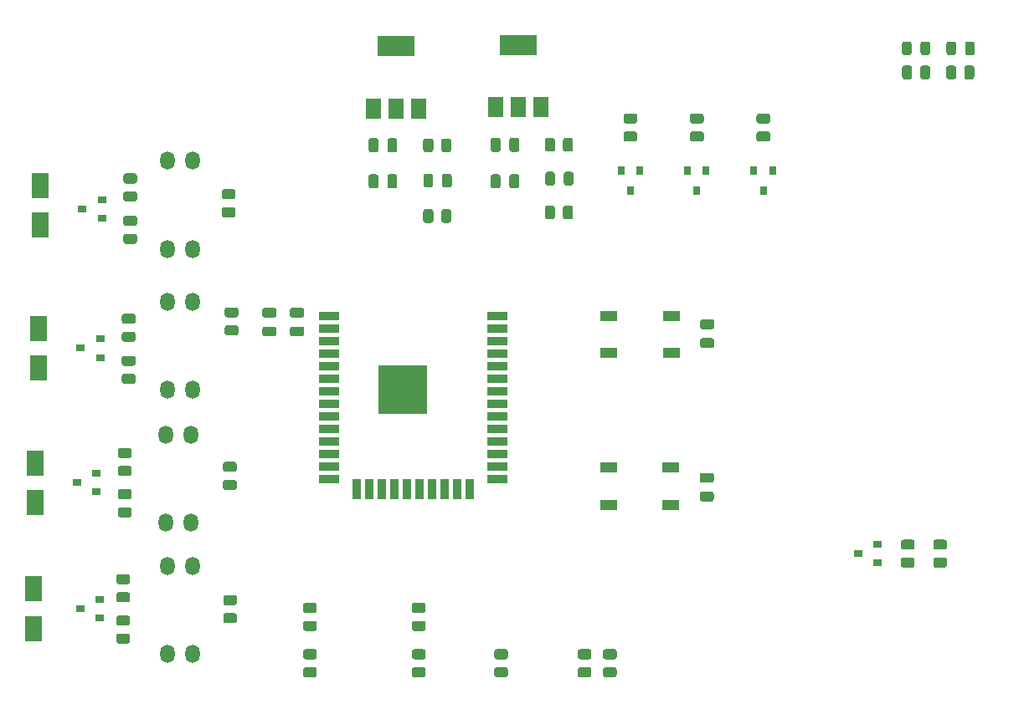
<source format=gbr>
%TF.GenerationSoftware,KiCad,Pcbnew,(5.1.9)-1*%
%TF.CreationDate,2021-07-20T22:18:30-05:00*%
%TF.ProjectId,Control de Gabinetes,436f6e74-726f-46c2-9064-652047616269,rev?*%
%TF.SameCoordinates,Original*%
%TF.FileFunction,Paste,Top*%
%TF.FilePolarity,Positive*%
%FSLAX46Y46*%
G04 Gerber Fmt 4.6, Leading zero omitted, Abs format (unit mm)*
G04 Created by KiCad (PCBNEW (5.1.9)-1) date 2021-07-20 22:18:30*
%MOMM*%
%LPD*%
G01*
G04 APERTURE LIST*
%ADD10O,1.450000X1.850000*%
%ADD11R,1.800000X2.500000*%
%ADD12R,0.900000X0.800000*%
%ADD13R,0.800000X0.900000*%
%ADD14R,2.000000X0.900000*%
%ADD15R,0.900000X2.000000*%
%ADD16R,5.000000X5.000000*%
%ADD17R,1.700000X1.000000*%
%ADD18R,1.500000X2.000000*%
%ADD19R,3.800000X2.000000*%
G04 APERTURE END LIST*
D10*
%TO.C,U9*%
X114180000Y-103775000D03*
X116720000Y-103775000D03*
X116720000Y-112675000D03*
X114180000Y-112675000D03*
%TD*%
%TO.C,U8*%
X114080000Y-90500000D03*
X116620000Y-90500000D03*
X116620000Y-99400000D03*
X114080000Y-99400000D03*
%TD*%
%TO.C,U7*%
X114230000Y-77050000D03*
X116770000Y-77050000D03*
X116770000Y-85950000D03*
X114230000Y-85950000D03*
%TD*%
%TO.C,U6*%
X114226879Y-62750000D03*
X116766879Y-62750000D03*
X116766879Y-71650000D03*
X114226879Y-71650000D03*
%TD*%
%TO.C,C8*%
G36*
G01*
X169225000Y-95350000D02*
X168275000Y-95350000D01*
G75*
G02*
X168025000Y-95100000I0J250000D01*
G01*
X168025000Y-94600000D01*
G75*
G02*
X168275000Y-94350000I250000J0D01*
G01*
X169225000Y-94350000D01*
G75*
G02*
X169475000Y-94600000I0J-250000D01*
G01*
X169475000Y-95100000D01*
G75*
G02*
X169225000Y-95350000I-250000J0D01*
G01*
G37*
G36*
G01*
X169225000Y-97250000D02*
X168275000Y-97250000D01*
G75*
G02*
X168025000Y-97000000I0J250000D01*
G01*
X168025000Y-96500000D01*
G75*
G02*
X168275000Y-96250000I250000J0D01*
G01*
X169225000Y-96250000D01*
G75*
G02*
X169475000Y-96500000I0J-250000D01*
G01*
X169475000Y-97000000D01*
G75*
G02*
X169225000Y-97250000I-250000J0D01*
G01*
G37*
%TD*%
%TO.C,C7*%
G36*
G01*
X168325000Y-80700000D02*
X169275000Y-80700000D01*
G75*
G02*
X169525000Y-80950000I0J-250000D01*
G01*
X169525000Y-81450000D01*
G75*
G02*
X169275000Y-81700000I-250000J0D01*
G01*
X168325000Y-81700000D01*
G75*
G02*
X168075000Y-81450000I0J250000D01*
G01*
X168075000Y-80950000D01*
G75*
G02*
X168325000Y-80700000I250000J0D01*
G01*
G37*
G36*
G01*
X168325000Y-78800000D02*
X169275000Y-78800000D01*
G75*
G02*
X169525000Y-79050000I0J-250000D01*
G01*
X169525000Y-79550000D01*
G75*
G02*
X169275000Y-79800000I-250000J0D01*
G01*
X168325000Y-79800000D01*
G75*
G02*
X168075000Y-79550000I0J250000D01*
G01*
X168075000Y-79050000D01*
G75*
G02*
X168325000Y-78800000I250000J0D01*
G01*
G37*
%TD*%
D11*
%TO.C,D3*%
X101350000Y-69250000D03*
X101350000Y-65250000D03*
%TD*%
D12*
%TO.C,Q2*%
X105583334Y-67637500D03*
X107583334Y-66687500D03*
X107583334Y-68587500D03*
%TD*%
%TO.C,R25*%
G36*
G01*
X109999999Y-65850000D02*
X110900001Y-65850000D01*
G75*
G02*
X111150000Y-66099999I0J-249999D01*
G01*
X111150000Y-66625001D01*
G75*
G02*
X110900001Y-66875000I-249999J0D01*
G01*
X109999999Y-66875000D01*
G75*
G02*
X109750000Y-66625001I0J249999D01*
G01*
X109750000Y-66099999D01*
G75*
G02*
X109999999Y-65850000I249999J0D01*
G01*
G37*
G36*
G01*
X109999999Y-64025000D02*
X110900001Y-64025000D01*
G75*
G02*
X111150000Y-64274999I0J-249999D01*
G01*
X111150000Y-64800001D01*
G75*
G02*
X110900001Y-65050000I-249999J0D01*
G01*
X109999999Y-65050000D01*
G75*
G02*
X109750000Y-64800001I0J249999D01*
G01*
X109750000Y-64274999D01*
G75*
G02*
X109999999Y-64025000I249999J0D01*
G01*
G37*
%TD*%
%TO.C,R21*%
G36*
G01*
X110900001Y-69337500D02*
X109999999Y-69337500D01*
G75*
G02*
X109750000Y-69087501I0J249999D01*
G01*
X109750000Y-68562499D01*
G75*
G02*
X109999999Y-68312500I249999J0D01*
G01*
X110900001Y-68312500D01*
G75*
G02*
X111150000Y-68562499I0J-249999D01*
G01*
X111150000Y-69087501D01*
G75*
G02*
X110900001Y-69337500I-249999J0D01*
G01*
G37*
G36*
G01*
X110900001Y-71162500D02*
X109999999Y-71162500D01*
G75*
G02*
X109750000Y-70912501I0J249999D01*
G01*
X109750000Y-70387499D01*
G75*
G02*
X109999999Y-70137500I249999J0D01*
G01*
X110900001Y-70137500D01*
G75*
G02*
X111150000Y-70387499I0J-249999D01*
G01*
X111150000Y-70912501D01*
G75*
G02*
X110900001Y-71162500I-249999J0D01*
G01*
G37*
%TD*%
D13*
%TO.C,Q8*%
X161025000Y-65750000D03*
X160075000Y-63750000D03*
X161975000Y-63750000D03*
%TD*%
%TO.C,Q7*%
X167750000Y-65750000D03*
X166800000Y-63750000D03*
X168700000Y-63750000D03*
%TD*%
%TO.C,Q6*%
X174475000Y-65750000D03*
X173525000Y-63750000D03*
X175425000Y-63750000D03*
%TD*%
D12*
%TO.C,Q5*%
X105400000Y-108100000D03*
X107400000Y-107150000D03*
X107400000Y-109050000D03*
%TD*%
%TO.C,Q4*%
X105033334Y-95333332D03*
X107033334Y-94383332D03*
X107033334Y-96283332D03*
%TD*%
%TO.C,Q3*%
X105433334Y-81716666D03*
X107433334Y-80766666D03*
X107433334Y-82666666D03*
%TD*%
D14*
%TO.C,U1*%
X147550000Y-78445000D03*
X147550000Y-79715000D03*
X147550000Y-80985000D03*
X147550000Y-82255000D03*
X147550000Y-83525000D03*
X147550000Y-84795000D03*
X147550000Y-86065000D03*
X147550000Y-87335000D03*
X147550000Y-88605000D03*
X147550000Y-89875000D03*
X147550000Y-91145000D03*
X147550000Y-92415000D03*
X147550000Y-93685000D03*
X147550000Y-94955000D03*
D15*
X144765000Y-95955000D03*
X143495000Y-95955000D03*
X142225000Y-95955000D03*
X140955000Y-95955000D03*
X139685000Y-95955000D03*
X138415000Y-95955000D03*
X137145000Y-95955000D03*
X135875000Y-95955000D03*
X134605000Y-95955000D03*
X133335000Y-95955000D03*
D14*
X130550000Y-94955000D03*
X130550000Y-93685000D03*
X130550000Y-92415000D03*
X130550000Y-91145000D03*
X130550000Y-89875000D03*
X130550000Y-88605000D03*
X130550000Y-87335000D03*
X130550000Y-86065000D03*
X130550000Y-84795000D03*
X130550000Y-83525000D03*
X130550000Y-82255000D03*
X130550000Y-80985000D03*
X130550000Y-79715000D03*
X130550000Y-78445000D03*
D16*
X138050000Y-85945000D03*
%TD*%
%TO.C,D8*%
G36*
G01*
X189475000Y-50893750D02*
X189475000Y-51806250D01*
G75*
G02*
X189231250Y-52050000I-243750J0D01*
G01*
X188743750Y-52050000D01*
G75*
G02*
X188500000Y-51806250I0J243750D01*
G01*
X188500000Y-50893750D01*
G75*
G02*
X188743750Y-50650000I243750J0D01*
G01*
X189231250Y-50650000D01*
G75*
G02*
X189475000Y-50893750I0J-243750D01*
G01*
G37*
G36*
G01*
X191350000Y-50893750D02*
X191350000Y-51806250D01*
G75*
G02*
X191106250Y-52050000I-243750J0D01*
G01*
X190618750Y-52050000D01*
G75*
G02*
X190375000Y-51806250I0J243750D01*
G01*
X190375000Y-50893750D01*
G75*
G02*
X190618750Y-50650000I243750J0D01*
G01*
X191106250Y-50650000D01*
G75*
G02*
X191350000Y-50893750I0J-243750D01*
G01*
G37*
%TD*%
%TO.C,D7*%
G36*
G01*
X194875000Y-51806250D02*
X194875000Y-50893750D01*
G75*
G02*
X195118750Y-50650000I243750J0D01*
G01*
X195606250Y-50650000D01*
G75*
G02*
X195850000Y-50893750I0J-243750D01*
G01*
X195850000Y-51806250D01*
G75*
G02*
X195606250Y-52050000I-243750J0D01*
G01*
X195118750Y-52050000D01*
G75*
G02*
X194875000Y-51806250I0J243750D01*
G01*
G37*
G36*
G01*
X193000000Y-51806250D02*
X193000000Y-50893750D01*
G75*
G02*
X193243750Y-50650000I243750J0D01*
G01*
X193731250Y-50650000D01*
G75*
G02*
X193975000Y-50893750I0J-243750D01*
G01*
X193975000Y-51806250D01*
G75*
G02*
X193731250Y-52050000I-243750J0D01*
G01*
X193243750Y-52050000D01*
G75*
G02*
X193000000Y-51806250I0J243750D01*
G01*
G37*
%TD*%
%TO.C,R31*%
G36*
G01*
X161475001Y-58975000D02*
X160574999Y-58975000D01*
G75*
G02*
X160325000Y-58725001I0J249999D01*
G01*
X160325000Y-58199999D01*
G75*
G02*
X160574999Y-57950000I249999J0D01*
G01*
X161475001Y-57950000D01*
G75*
G02*
X161725000Y-58199999I0J-249999D01*
G01*
X161725000Y-58725001D01*
G75*
G02*
X161475001Y-58975000I-249999J0D01*
G01*
G37*
G36*
G01*
X161475001Y-60800000D02*
X160574999Y-60800000D01*
G75*
G02*
X160325000Y-60550001I0J249999D01*
G01*
X160325000Y-60024999D01*
G75*
G02*
X160574999Y-59775000I249999J0D01*
G01*
X161475001Y-59775000D01*
G75*
G02*
X161725000Y-60024999I0J-249999D01*
G01*
X161725000Y-60550001D01*
G75*
G02*
X161475001Y-60800000I-249999J0D01*
G01*
G37*
%TD*%
%TO.C,R30*%
G36*
G01*
X168200001Y-58975000D02*
X167299999Y-58975000D01*
G75*
G02*
X167050000Y-58725001I0J249999D01*
G01*
X167050000Y-58199999D01*
G75*
G02*
X167299999Y-57950000I249999J0D01*
G01*
X168200001Y-57950000D01*
G75*
G02*
X168450000Y-58199999I0J-249999D01*
G01*
X168450000Y-58725001D01*
G75*
G02*
X168200001Y-58975000I-249999J0D01*
G01*
G37*
G36*
G01*
X168200001Y-60800000D02*
X167299999Y-60800000D01*
G75*
G02*
X167050000Y-60550001I0J249999D01*
G01*
X167050000Y-60024999D01*
G75*
G02*
X167299999Y-59775000I249999J0D01*
G01*
X168200001Y-59775000D01*
G75*
G02*
X168450000Y-60024999I0J-249999D01*
G01*
X168450000Y-60550001D01*
G75*
G02*
X168200001Y-60800000I-249999J0D01*
G01*
G37*
%TD*%
%TO.C,R29*%
G36*
G01*
X174925001Y-58975000D02*
X174024999Y-58975000D01*
G75*
G02*
X173775000Y-58725001I0J249999D01*
G01*
X173775000Y-58199999D01*
G75*
G02*
X174024999Y-57950000I249999J0D01*
G01*
X174925001Y-57950000D01*
G75*
G02*
X175175000Y-58199999I0J-249999D01*
G01*
X175175000Y-58725001D01*
G75*
G02*
X174925001Y-58975000I-249999J0D01*
G01*
G37*
G36*
G01*
X174925001Y-60800000D02*
X174024999Y-60800000D01*
G75*
G02*
X173775000Y-60550001I0J249999D01*
G01*
X173775000Y-60024999D01*
G75*
G02*
X174024999Y-59775000I249999J0D01*
G01*
X174925001Y-59775000D01*
G75*
G02*
X175175000Y-60024999I0J-249999D01*
G01*
X175175000Y-60550001D01*
G75*
G02*
X174925001Y-60800000I-249999J0D01*
G01*
G37*
%TD*%
D17*
%TO.C,SW2*%
X165125000Y-97625000D03*
X158825000Y-97625000D03*
X165125000Y-93825000D03*
X158825000Y-93825000D03*
%TD*%
%TO.C,R28*%
G36*
G01*
X109299999Y-106425000D02*
X110200001Y-106425000D01*
G75*
G02*
X110450000Y-106674999I0J-249999D01*
G01*
X110450000Y-107200001D01*
G75*
G02*
X110200001Y-107450000I-249999J0D01*
G01*
X109299999Y-107450000D01*
G75*
G02*
X109050000Y-107200001I0J249999D01*
G01*
X109050000Y-106674999D01*
G75*
G02*
X109299999Y-106425000I249999J0D01*
G01*
G37*
G36*
G01*
X109299999Y-104600000D02*
X110200001Y-104600000D01*
G75*
G02*
X110450000Y-104849999I0J-249999D01*
G01*
X110450000Y-105375001D01*
G75*
G02*
X110200001Y-105625000I-249999J0D01*
G01*
X109299999Y-105625000D01*
G75*
G02*
X109050000Y-105375001I0J249999D01*
G01*
X109050000Y-104849999D01*
G75*
G02*
X109299999Y-104600000I249999J0D01*
G01*
G37*
%TD*%
%TO.C,R27*%
G36*
G01*
X109449999Y-93637500D02*
X110350001Y-93637500D01*
G75*
G02*
X110600000Y-93887499I0J-249999D01*
G01*
X110600000Y-94412501D01*
G75*
G02*
X110350001Y-94662500I-249999J0D01*
G01*
X109449999Y-94662500D01*
G75*
G02*
X109200000Y-94412501I0J249999D01*
G01*
X109200000Y-93887499D01*
G75*
G02*
X109449999Y-93637500I249999J0D01*
G01*
G37*
G36*
G01*
X109449999Y-91812500D02*
X110350001Y-91812500D01*
G75*
G02*
X110600000Y-92062499I0J-249999D01*
G01*
X110600000Y-92587501D01*
G75*
G02*
X110350001Y-92837500I-249999J0D01*
G01*
X109449999Y-92837500D01*
G75*
G02*
X109200000Y-92587501I0J249999D01*
G01*
X109200000Y-92062499D01*
G75*
G02*
X109449999Y-91812500I249999J0D01*
G01*
G37*
%TD*%
%TO.C,R26*%
G36*
G01*
X109849999Y-80050000D02*
X110750001Y-80050000D01*
G75*
G02*
X111000000Y-80299999I0J-249999D01*
G01*
X111000000Y-80825001D01*
G75*
G02*
X110750001Y-81075000I-249999J0D01*
G01*
X109849999Y-81075000D01*
G75*
G02*
X109600000Y-80825001I0J249999D01*
G01*
X109600000Y-80299999D01*
G75*
G02*
X109849999Y-80050000I249999J0D01*
G01*
G37*
G36*
G01*
X109849999Y-78225000D02*
X110750001Y-78225000D01*
G75*
G02*
X111000000Y-78474999I0J-249999D01*
G01*
X111000000Y-79000001D01*
G75*
G02*
X110750001Y-79250000I-249999J0D01*
G01*
X109849999Y-79250000D01*
G75*
G02*
X109600000Y-79000001I0J249999D01*
G01*
X109600000Y-78474999D01*
G75*
G02*
X109849999Y-78225000I249999J0D01*
G01*
G37*
%TD*%
%TO.C,R24*%
G36*
G01*
X110200001Y-109812500D02*
X109299999Y-109812500D01*
G75*
G02*
X109050000Y-109562501I0J249999D01*
G01*
X109050000Y-109037499D01*
G75*
G02*
X109299999Y-108787500I249999J0D01*
G01*
X110200001Y-108787500D01*
G75*
G02*
X110450000Y-109037499I0J-249999D01*
G01*
X110450000Y-109562501D01*
G75*
G02*
X110200001Y-109812500I-249999J0D01*
G01*
G37*
G36*
G01*
X110200001Y-111637500D02*
X109299999Y-111637500D01*
G75*
G02*
X109050000Y-111387501I0J249999D01*
G01*
X109050000Y-110862499D01*
G75*
G02*
X109299999Y-110612500I249999J0D01*
G01*
X110200001Y-110612500D01*
G75*
G02*
X110450000Y-110862499I0J-249999D01*
G01*
X110450000Y-111387501D01*
G75*
G02*
X110200001Y-111637500I-249999J0D01*
G01*
G37*
%TD*%
%TO.C,R23*%
G36*
G01*
X110350001Y-97012500D02*
X109449999Y-97012500D01*
G75*
G02*
X109200000Y-96762501I0J249999D01*
G01*
X109200000Y-96237499D01*
G75*
G02*
X109449999Y-95987500I249999J0D01*
G01*
X110350001Y-95987500D01*
G75*
G02*
X110600000Y-96237499I0J-249999D01*
G01*
X110600000Y-96762501D01*
G75*
G02*
X110350001Y-97012500I-249999J0D01*
G01*
G37*
G36*
G01*
X110350001Y-98837500D02*
X109449999Y-98837500D01*
G75*
G02*
X109200000Y-98587501I0J249999D01*
G01*
X109200000Y-98062499D01*
G75*
G02*
X109449999Y-97812500I249999J0D01*
G01*
X110350001Y-97812500D01*
G75*
G02*
X110600000Y-98062499I0J-249999D01*
G01*
X110600000Y-98587501D01*
G75*
G02*
X110350001Y-98837500I-249999J0D01*
G01*
G37*
%TD*%
%TO.C,R22*%
G36*
G01*
X110750001Y-83512500D02*
X109849999Y-83512500D01*
G75*
G02*
X109600000Y-83262501I0J249999D01*
G01*
X109600000Y-82737499D01*
G75*
G02*
X109849999Y-82487500I249999J0D01*
G01*
X110750001Y-82487500D01*
G75*
G02*
X111000000Y-82737499I0J-249999D01*
G01*
X111000000Y-83262501D01*
G75*
G02*
X110750001Y-83512500I-249999J0D01*
G01*
G37*
G36*
G01*
X110750001Y-85337500D02*
X109849999Y-85337500D01*
G75*
G02*
X109600000Y-85087501I0J249999D01*
G01*
X109600000Y-84562499D01*
G75*
G02*
X109849999Y-84312500I249999J0D01*
G01*
X110750001Y-84312500D01*
G75*
G02*
X111000000Y-84562499I0J-249999D01*
G01*
X111000000Y-85087501D01*
G75*
G02*
X110750001Y-85337500I-249999J0D01*
G01*
G37*
%TD*%
%TO.C,R20*%
G36*
G01*
X120099999Y-108550000D02*
X121000001Y-108550000D01*
G75*
G02*
X121250000Y-108799999I0J-249999D01*
G01*
X121250000Y-109325001D01*
G75*
G02*
X121000001Y-109575000I-249999J0D01*
G01*
X120099999Y-109575000D01*
G75*
G02*
X119850000Y-109325001I0J249999D01*
G01*
X119850000Y-108799999D01*
G75*
G02*
X120099999Y-108550000I249999J0D01*
G01*
G37*
G36*
G01*
X120099999Y-106725000D02*
X121000001Y-106725000D01*
G75*
G02*
X121250000Y-106974999I0J-249999D01*
G01*
X121250000Y-107500001D01*
G75*
G02*
X121000001Y-107750000I-249999J0D01*
G01*
X120099999Y-107750000D01*
G75*
G02*
X119850000Y-107500001I0J249999D01*
G01*
X119850000Y-106974999D01*
G75*
G02*
X120099999Y-106725000I249999J0D01*
G01*
G37*
%TD*%
%TO.C,R19*%
G36*
G01*
X120074999Y-95050000D02*
X120975001Y-95050000D01*
G75*
G02*
X121225000Y-95299999I0J-249999D01*
G01*
X121225000Y-95825001D01*
G75*
G02*
X120975001Y-96075000I-249999J0D01*
G01*
X120074999Y-96075000D01*
G75*
G02*
X119825000Y-95825001I0J249999D01*
G01*
X119825000Y-95299999D01*
G75*
G02*
X120074999Y-95050000I249999J0D01*
G01*
G37*
G36*
G01*
X120074999Y-93225000D02*
X120975001Y-93225000D01*
G75*
G02*
X121225000Y-93474999I0J-249999D01*
G01*
X121225000Y-94000001D01*
G75*
G02*
X120975001Y-94250000I-249999J0D01*
G01*
X120074999Y-94250000D01*
G75*
G02*
X119825000Y-94000001I0J249999D01*
G01*
X119825000Y-93474999D01*
G75*
G02*
X120074999Y-93225000I249999J0D01*
G01*
G37*
%TD*%
%TO.C,R18*%
G36*
G01*
X120249999Y-79400000D02*
X121150001Y-79400000D01*
G75*
G02*
X121400000Y-79649999I0J-249999D01*
G01*
X121400000Y-80175001D01*
G75*
G02*
X121150001Y-80425000I-249999J0D01*
G01*
X120249999Y-80425000D01*
G75*
G02*
X120000000Y-80175001I0J249999D01*
G01*
X120000000Y-79649999D01*
G75*
G02*
X120249999Y-79400000I249999J0D01*
G01*
G37*
G36*
G01*
X120249999Y-77575000D02*
X121150001Y-77575000D01*
G75*
G02*
X121400000Y-77824999I0J-249999D01*
G01*
X121400000Y-78350001D01*
G75*
G02*
X121150001Y-78600000I-249999J0D01*
G01*
X120249999Y-78600000D01*
G75*
G02*
X120000000Y-78350001I0J249999D01*
G01*
X120000000Y-77824999D01*
G75*
G02*
X120249999Y-77575000I249999J0D01*
G01*
G37*
%TD*%
%TO.C,R17*%
G36*
G01*
X119949999Y-67450000D02*
X120850001Y-67450000D01*
G75*
G02*
X121100000Y-67699999I0J-249999D01*
G01*
X121100000Y-68225001D01*
G75*
G02*
X120850001Y-68475000I-249999J0D01*
G01*
X119949999Y-68475000D01*
G75*
G02*
X119700000Y-68225001I0J249999D01*
G01*
X119700000Y-67699999D01*
G75*
G02*
X119949999Y-67450000I249999J0D01*
G01*
G37*
G36*
G01*
X119949999Y-65625000D02*
X120850001Y-65625000D01*
G75*
G02*
X121100000Y-65874999I0J-249999D01*
G01*
X121100000Y-66400001D01*
G75*
G02*
X120850001Y-66650000I-249999J0D01*
G01*
X119949999Y-66650000D01*
G75*
G02*
X119700000Y-66400001I0J249999D01*
G01*
X119700000Y-65874999D01*
G75*
G02*
X119949999Y-65625000I249999J0D01*
G01*
G37*
%TD*%
D11*
%TO.C,D6*%
X100650000Y-110100000D03*
X100650000Y-106100000D03*
%TD*%
%TO.C,D5*%
X100800000Y-97333332D03*
X100800000Y-93333332D03*
%TD*%
%TO.C,D4*%
X101200000Y-83716666D03*
X101200000Y-79716666D03*
%TD*%
%TO.C,R16*%
G36*
G01*
X189525001Y-102125000D02*
X188624999Y-102125000D01*
G75*
G02*
X188375000Y-101875001I0J249999D01*
G01*
X188375000Y-101349999D01*
G75*
G02*
X188624999Y-101100000I249999J0D01*
G01*
X189525001Y-101100000D01*
G75*
G02*
X189775000Y-101349999I0J-249999D01*
G01*
X189775000Y-101875001D01*
G75*
G02*
X189525001Y-102125000I-249999J0D01*
G01*
G37*
G36*
G01*
X189525001Y-103950000D02*
X188624999Y-103950000D01*
G75*
G02*
X188375000Y-103700001I0J249999D01*
G01*
X188375000Y-103174999D01*
G75*
G02*
X188624999Y-102925000I249999J0D01*
G01*
X189525001Y-102925000D01*
G75*
G02*
X189775000Y-103174999I0J-249999D01*
G01*
X189775000Y-103700001D01*
G75*
G02*
X189525001Y-103950000I-249999J0D01*
G01*
G37*
%TD*%
%TO.C,R15*%
G36*
G01*
X191899999Y-102925000D02*
X192800001Y-102925000D01*
G75*
G02*
X193050000Y-103174999I0J-249999D01*
G01*
X193050000Y-103700001D01*
G75*
G02*
X192800001Y-103950000I-249999J0D01*
G01*
X191899999Y-103950000D01*
G75*
G02*
X191650000Y-103700001I0J249999D01*
G01*
X191650000Y-103174999D01*
G75*
G02*
X191899999Y-102925000I249999J0D01*
G01*
G37*
G36*
G01*
X191899999Y-101100000D02*
X192800001Y-101100000D01*
G75*
G02*
X193050000Y-101349999I0J-249999D01*
G01*
X193050000Y-101875001D01*
G75*
G02*
X192800001Y-102125000I-249999J0D01*
G01*
X191899999Y-102125000D01*
G75*
G02*
X191650000Y-101875001I0J249999D01*
G01*
X191650000Y-101349999D01*
G75*
G02*
X191899999Y-101100000I249999J0D01*
G01*
G37*
%TD*%
D12*
%TO.C,Q1*%
X184050000Y-102525000D03*
X186050000Y-101575000D03*
X186050000Y-103475000D03*
%TD*%
%TO.C,R14*%
G36*
G01*
X189525000Y-53349999D02*
X189525000Y-54250001D01*
G75*
G02*
X189275001Y-54500000I-249999J0D01*
G01*
X188749999Y-54500000D01*
G75*
G02*
X188500000Y-54250001I0J249999D01*
G01*
X188500000Y-53349999D01*
G75*
G02*
X188749999Y-53100000I249999J0D01*
G01*
X189275001Y-53100000D01*
G75*
G02*
X189525000Y-53349999I0J-249999D01*
G01*
G37*
G36*
G01*
X191350000Y-53349999D02*
X191350000Y-54250001D01*
G75*
G02*
X191100001Y-54500000I-249999J0D01*
G01*
X190574999Y-54500000D01*
G75*
G02*
X190325000Y-54250001I0J249999D01*
G01*
X190325000Y-53349999D01*
G75*
G02*
X190574999Y-53100000I249999J0D01*
G01*
X191100001Y-53100000D01*
G75*
G02*
X191350000Y-53349999I0J-249999D01*
G01*
G37*
%TD*%
%TO.C,R13*%
G36*
G01*
X194785000Y-54250001D02*
X194785000Y-53349999D01*
G75*
G02*
X195034999Y-53100000I249999J0D01*
G01*
X195560001Y-53100000D01*
G75*
G02*
X195810000Y-53349999I0J-249999D01*
G01*
X195810000Y-54250001D01*
G75*
G02*
X195560001Y-54500000I-249999J0D01*
G01*
X195034999Y-54500000D01*
G75*
G02*
X194785000Y-54250001I0J249999D01*
G01*
G37*
G36*
G01*
X192960000Y-54250001D02*
X192960000Y-53349999D01*
G75*
G02*
X193209999Y-53100000I249999J0D01*
G01*
X193735001Y-53100000D01*
G75*
G02*
X193985000Y-53349999I0J-249999D01*
G01*
X193985000Y-54250001D01*
G75*
G02*
X193735001Y-54500000I-249999J0D01*
G01*
X193209999Y-54500000D01*
G75*
G02*
X192960000Y-54250001I0J249999D01*
G01*
G37*
%TD*%
D17*
%TO.C,SW1*%
X165175000Y-82225000D03*
X158875000Y-82225000D03*
X165175000Y-78425000D03*
X158875000Y-78425000D03*
%TD*%
%TO.C,R12*%
G36*
G01*
X158499999Y-114025000D02*
X159400001Y-114025000D01*
G75*
G02*
X159650000Y-114274999I0J-249999D01*
G01*
X159650000Y-114800001D01*
G75*
G02*
X159400001Y-115050000I-249999J0D01*
G01*
X158499999Y-115050000D01*
G75*
G02*
X158250000Y-114800001I0J249999D01*
G01*
X158250000Y-114274999D01*
G75*
G02*
X158499999Y-114025000I249999J0D01*
G01*
G37*
G36*
G01*
X158499999Y-112200000D02*
X159400001Y-112200000D01*
G75*
G02*
X159650000Y-112449999I0J-249999D01*
G01*
X159650000Y-112975001D01*
G75*
G02*
X159400001Y-113225000I-249999J0D01*
G01*
X158499999Y-113225000D01*
G75*
G02*
X158250000Y-112975001I0J249999D01*
G01*
X158250000Y-112449999D01*
G75*
G02*
X158499999Y-112200000I249999J0D01*
G01*
G37*
%TD*%
%TO.C,R11*%
G36*
G01*
X155949999Y-114025000D02*
X156850001Y-114025000D01*
G75*
G02*
X157100000Y-114274999I0J-249999D01*
G01*
X157100000Y-114800001D01*
G75*
G02*
X156850001Y-115050000I-249999J0D01*
G01*
X155949999Y-115050000D01*
G75*
G02*
X155700000Y-114800001I0J249999D01*
G01*
X155700000Y-114274999D01*
G75*
G02*
X155949999Y-114025000I249999J0D01*
G01*
G37*
G36*
G01*
X155949999Y-112200000D02*
X156850001Y-112200000D01*
G75*
G02*
X157100000Y-112449999I0J-249999D01*
G01*
X157100000Y-112975001D01*
G75*
G02*
X156850001Y-113225000I-249999J0D01*
G01*
X155949999Y-113225000D01*
G75*
G02*
X155700000Y-112975001I0J249999D01*
G01*
X155700000Y-112449999D01*
G75*
G02*
X155949999Y-112200000I249999J0D01*
G01*
G37*
%TD*%
%TO.C,R9*%
G36*
G01*
X140075001Y-108525000D02*
X139174999Y-108525000D01*
G75*
G02*
X138925000Y-108275001I0J249999D01*
G01*
X138925000Y-107749999D01*
G75*
G02*
X139174999Y-107500000I249999J0D01*
G01*
X140075001Y-107500000D01*
G75*
G02*
X140325000Y-107749999I0J-249999D01*
G01*
X140325000Y-108275001D01*
G75*
G02*
X140075001Y-108525000I-249999J0D01*
G01*
G37*
G36*
G01*
X140075001Y-110350000D02*
X139174999Y-110350000D01*
G75*
G02*
X138925000Y-110100001I0J249999D01*
G01*
X138925000Y-109574999D01*
G75*
G02*
X139174999Y-109325000I249999J0D01*
G01*
X140075001Y-109325000D01*
G75*
G02*
X140325000Y-109574999I0J-249999D01*
G01*
X140325000Y-110100001D01*
G75*
G02*
X140075001Y-110350000I-249999J0D01*
G01*
G37*
%TD*%
%TO.C,R8*%
G36*
G01*
X129075001Y-108525000D02*
X128174999Y-108525000D01*
G75*
G02*
X127925000Y-108275001I0J249999D01*
G01*
X127925000Y-107749999D01*
G75*
G02*
X128174999Y-107500000I249999J0D01*
G01*
X129075001Y-107500000D01*
G75*
G02*
X129325000Y-107749999I0J-249999D01*
G01*
X129325000Y-108275001D01*
G75*
G02*
X129075001Y-108525000I-249999J0D01*
G01*
G37*
G36*
G01*
X129075001Y-110350000D02*
X128174999Y-110350000D01*
G75*
G02*
X127925000Y-110100001I0J249999D01*
G01*
X127925000Y-109574999D01*
G75*
G02*
X128174999Y-109325000I249999J0D01*
G01*
X129075001Y-109325000D01*
G75*
G02*
X129325000Y-109574999I0J-249999D01*
G01*
X129325000Y-110100001D01*
G75*
G02*
X129075001Y-110350000I-249999J0D01*
G01*
G37*
%TD*%
%TO.C,R7*%
G36*
G01*
X129075001Y-113225000D02*
X128174999Y-113225000D01*
G75*
G02*
X127925000Y-112975001I0J249999D01*
G01*
X127925000Y-112449999D01*
G75*
G02*
X128174999Y-112200000I249999J0D01*
G01*
X129075001Y-112200000D01*
G75*
G02*
X129325000Y-112449999I0J-249999D01*
G01*
X129325000Y-112975001D01*
G75*
G02*
X129075001Y-113225000I-249999J0D01*
G01*
G37*
G36*
G01*
X129075001Y-115050000D02*
X128174999Y-115050000D01*
G75*
G02*
X127925000Y-114800001I0J249999D01*
G01*
X127925000Y-114274999D01*
G75*
G02*
X128174999Y-114025000I249999J0D01*
G01*
X129075001Y-114025000D01*
G75*
G02*
X129325000Y-114274999I0J-249999D01*
G01*
X129325000Y-114800001D01*
G75*
G02*
X129075001Y-115050000I-249999J0D01*
G01*
G37*
%TD*%
%TO.C,R6*%
G36*
G01*
X140075001Y-113225000D02*
X139174999Y-113225000D01*
G75*
G02*
X138925000Y-112975001I0J249999D01*
G01*
X138925000Y-112449999D01*
G75*
G02*
X139174999Y-112200000I249999J0D01*
G01*
X140075001Y-112200000D01*
G75*
G02*
X140325000Y-112449999I0J-249999D01*
G01*
X140325000Y-112975001D01*
G75*
G02*
X140075001Y-113225000I-249999J0D01*
G01*
G37*
G36*
G01*
X140075001Y-115050000D02*
X139174999Y-115050000D01*
G75*
G02*
X138925000Y-114800001I0J249999D01*
G01*
X138925000Y-114274999D01*
G75*
G02*
X139174999Y-114025000I249999J0D01*
G01*
X140075001Y-114025000D01*
G75*
G02*
X140325000Y-114274999I0J-249999D01*
G01*
X140325000Y-114800001D01*
G75*
G02*
X140075001Y-115050000I-249999J0D01*
G01*
G37*
%TD*%
%TO.C,R5*%
G36*
G01*
X154210000Y-68425001D02*
X154210000Y-67524999D01*
G75*
G02*
X154459999Y-67275000I249999J0D01*
G01*
X154985001Y-67275000D01*
G75*
G02*
X155235000Y-67524999I0J-249999D01*
G01*
X155235000Y-68425001D01*
G75*
G02*
X154985001Y-68675000I-249999J0D01*
G01*
X154459999Y-68675000D01*
G75*
G02*
X154210000Y-68425001I0J249999D01*
G01*
G37*
G36*
G01*
X152385000Y-68425001D02*
X152385000Y-67524999D01*
G75*
G02*
X152634999Y-67275000I249999J0D01*
G01*
X153160001Y-67275000D01*
G75*
G02*
X153410000Y-67524999I0J-249999D01*
G01*
X153410000Y-68425001D01*
G75*
G02*
X153160001Y-68675000I-249999J0D01*
G01*
X152634999Y-68675000D01*
G75*
G02*
X152385000Y-68425001I0J249999D01*
G01*
G37*
%TD*%
%TO.C,R4*%
G36*
G01*
X141900000Y-68775001D02*
X141900000Y-67874999D01*
G75*
G02*
X142149999Y-67625000I249999J0D01*
G01*
X142675001Y-67625000D01*
G75*
G02*
X142925000Y-67874999I0J-249999D01*
G01*
X142925000Y-68775001D01*
G75*
G02*
X142675001Y-69025000I-249999J0D01*
G01*
X142149999Y-69025000D01*
G75*
G02*
X141900000Y-68775001I0J249999D01*
G01*
G37*
G36*
G01*
X140075000Y-68775001D02*
X140075000Y-67874999D01*
G75*
G02*
X140324999Y-67625000I249999J0D01*
G01*
X140850001Y-67625000D01*
G75*
G02*
X141100000Y-67874999I0J-249999D01*
G01*
X141100000Y-68775001D01*
G75*
G02*
X140850001Y-69025000I-249999J0D01*
G01*
X140324999Y-69025000D01*
G75*
G02*
X140075000Y-68775001I0J249999D01*
G01*
G37*
%TD*%
%TO.C,R3*%
G36*
G01*
X153410000Y-60674999D02*
X153410000Y-61575001D01*
G75*
G02*
X153160001Y-61825000I-249999J0D01*
G01*
X152634999Y-61825000D01*
G75*
G02*
X152385000Y-61575001I0J249999D01*
G01*
X152385000Y-60674999D01*
G75*
G02*
X152634999Y-60425000I249999J0D01*
G01*
X153160001Y-60425000D01*
G75*
G02*
X153410000Y-60674999I0J-249999D01*
G01*
G37*
G36*
G01*
X155235000Y-60674999D02*
X155235000Y-61575001D01*
G75*
G02*
X154985001Y-61825000I-249999J0D01*
G01*
X154459999Y-61825000D01*
G75*
G02*
X154210000Y-61575001I0J249999D01*
G01*
X154210000Y-60674999D01*
G75*
G02*
X154459999Y-60425000I249999J0D01*
G01*
X154985001Y-60425000D01*
G75*
G02*
X155235000Y-60674999I0J-249999D01*
G01*
G37*
%TD*%
%TO.C,R2*%
G36*
G01*
X141900000Y-61625001D02*
X141900000Y-60724999D01*
G75*
G02*
X142149999Y-60475000I249999J0D01*
G01*
X142675001Y-60475000D01*
G75*
G02*
X142925000Y-60724999I0J-249999D01*
G01*
X142925000Y-61625001D01*
G75*
G02*
X142675001Y-61875000I-249999J0D01*
G01*
X142149999Y-61875000D01*
G75*
G02*
X141900000Y-61625001I0J249999D01*
G01*
G37*
G36*
G01*
X140075000Y-61625001D02*
X140075000Y-60724999D01*
G75*
G02*
X140324999Y-60475000I249999J0D01*
G01*
X140850001Y-60475000D01*
G75*
G02*
X141100000Y-60724999I0J-249999D01*
G01*
X141100000Y-61625001D01*
G75*
G02*
X140850001Y-61875000I-249999J0D01*
G01*
X140324999Y-61875000D01*
G75*
G02*
X140075000Y-61625001I0J249999D01*
G01*
G37*
%TD*%
%TO.C,D2*%
G36*
G01*
X154300000Y-65006250D02*
X154300000Y-64093750D01*
G75*
G02*
X154543750Y-63850000I243750J0D01*
G01*
X155031250Y-63850000D01*
G75*
G02*
X155275000Y-64093750I0J-243750D01*
G01*
X155275000Y-65006250D01*
G75*
G02*
X155031250Y-65250000I-243750J0D01*
G01*
X154543750Y-65250000D01*
G75*
G02*
X154300000Y-65006250I0J243750D01*
G01*
G37*
G36*
G01*
X152425000Y-65006250D02*
X152425000Y-64093750D01*
G75*
G02*
X152668750Y-63850000I243750J0D01*
G01*
X153156250Y-63850000D01*
G75*
G02*
X153400000Y-64093750I0J-243750D01*
G01*
X153400000Y-65006250D01*
G75*
G02*
X153156250Y-65250000I-243750J0D01*
G01*
X152668750Y-65250000D01*
G75*
G02*
X152425000Y-65006250I0J243750D01*
G01*
G37*
%TD*%
%TO.C,D1*%
G36*
G01*
X141990000Y-65206250D02*
X141990000Y-64293750D01*
G75*
G02*
X142233750Y-64050000I243750J0D01*
G01*
X142721250Y-64050000D01*
G75*
G02*
X142965000Y-64293750I0J-243750D01*
G01*
X142965000Y-65206250D01*
G75*
G02*
X142721250Y-65450000I-243750J0D01*
G01*
X142233750Y-65450000D01*
G75*
G02*
X141990000Y-65206250I0J243750D01*
G01*
G37*
G36*
G01*
X140115000Y-65206250D02*
X140115000Y-64293750D01*
G75*
G02*
X140358750Y-64050000I243750J0D01*
G01*
X140846250Y-64050000D01*
G75*
G02*
X141090000Y-64293750I0J-243750D01*
G01*
X141090000Y-65206250D01*
G75*
G02*
X140846250Y-65450000I-243750J0D01*
G01*
X140358750Y-65450000D01*
G75*
G02*
X140115000Y-65206250I0J243750D01*
G01*
G37*
%TD*%
%TO.C,C6*%
G36*
G01*
X127800000Y-78625000D02*
X126850000Y-78625000D01*
G75*
G02*
X126600000Y-78375000I0J250000D01*
G01*
X126600000Y-77875000D01*
G75*
G02*
X126850000Y-77625000I250000J0D01*
G01*
X127800000Y-77625000D01*
G75*
G02*
X128050000Y-77875000I0J-250000D01*
G01*
X128050000Y-78375000D01*
G75*
G02*
X127800000Y-78625000I-250000J0D01*
G01*
G37*
G36*
G01*
X127800000Y-80525000D02*
X126850000Y-80525000D01*
G75*
G02*
X126600000Y-80275000I0J250000D01*
G01*
X126600000Y-79775000D01*
G75*
G02*
X126850000Y-79525000I250000J0D01*
G01*
X127800000Y-79525000D01*
G75*
G02*
X128050000Y-79775000I0J-250000D01*
G01*
X128050000Y-80275000D01*
G75*
G02*
X127800000Y-80525000I-250000J0D01*
G01*
G37*
%TD*%
%TO.C,C5*%
G36*
G01*
X124050000Y-79525000D02*
X125000000Y-79525000D01*
G75*
G02*
X125250000Y-79775000I0J-250000D01*
G01*
X125250000Y-80275000D01*
G75*
G02*
X125000000Y-80525000I-250000J0D01*
G01*
X124050000Y-80525000D01*
G75*
G02*
X123800000Y-80275000I0J250000D01*
G01*
X123800000Y-79775000D01*
G75*
G02*
X124050000Y-79525000I250000J0D01*
G01*
G37*
G36*
G01*
X124050000Y-77625000D02*
X125000000Y-77625000D01*
G75*
G02*
X125250000Y-77875000I0J-250000D01*
G01*
X125250000Y-78375000D01*
G75*
G02*
X125000000Y-78625000I-250000J0D01*
G01*
X124050000Y-78625000D01*
G75*
G02*
X123800000Y-78375000I0J250000D01*
G01*
X123800000Y-77875000D01*
G75*
G02*
X124050000Y-77625000I250000J0D01*
G01*
G37*
%TD*%
D18*
%TO.C,U3*%
X147400000Y-57325000D03*
X152000000Y-57325000D03*
X149700000Y-57325000D03*
D19*
X149700000Y-51025000D03*
%TD*%
D18*
%TO.C,U2*%
X135050000Y-57425000D03*
X139650000Y-57425000D03*
X137350000Y-57425000D03*
D19*
X137350000Y-51125000D03*
%TD*%
%TO.C,R1*%
G36*
G01*
X148400001Y-113225000D02*
X147499999Y-113225000D01*
G75*
G02*
X147250000Y-112975001I0J249999D01*
G01*
X147250000Y-112449999D01*
G75*
G02*
X147499999Y-112200000I249999J0D01*
G01*
X148400001Y-112200000D01*
G75*
G02*
X148650000Y-112449999I0J-249999D01*
G01*
X148650000Y-112975001D01*
G75*
G02*
X148400001Y-113225000I-249999J0D01*
G01*
G37*
G36*
G01*
X148400001Y-115050000D02*
X147499999Y-115050000D01*
G75*
G02*
X147250000Y-114800001I0J249999D01*
G01*
X147250000Y-114274999D01*
G75*
G02*
X147499999Y-114025000I249999J0D01*
G01*
X148400001Y-114025000D01*
G75*
G02*
X148650000Y-114274999I0J-249999D01*
G01*
X148650000Y-114800001D01*
G75*
G02*
X148400001Y-115050000I-249999J0D01*
G01*
G37*
%TD*%
%TO.C,C4*%
G36*
G01*
X135550000Y-60700000D02*
X135550000Y-61650000D01*
G75*
G02*
X135300000Y-61900000I-250000J0D01*
G01*
X134800000Y-61900000D01*
G75*
G02*
X134550000Y-61650000I0J250000D01*
G01*
X134550000Y-60700000D01*
G75*
G02*
X134800000Y-60450000I250000J0D01*
G01*
X135300000Y-60450000D01*
G75*
G02*
X135550000Y-60700000I0J-250000D01*
G01*
G37*
G36*
G01*
X137450000Y-60700000D02*
X137450000Y-61650000D01*
G75*
G02*
X137200000Y-61900000I-250000J0D01*
G01*
X136700000Y-61900000D01*
G75*
G02*
X136450000Y-61650000I0J250000D01*
G01*
X136450000Y-60700000D01*
G75*
G02*
X136700000Y-60450000I250000J0D01*
G01*
X137200000Y-60450000D01*
G75*
G02*
X137450000Y-60700000I0J-250000D01*
G01*
G37*
%TD*%
%TO.C,C3*%
G36*
G01*
X147900000Y-60650000D02*
X147900000Y-61600000D01*
G75*
G02*
X147650000Y-61850000I-250000J0D01*
G01*
X147150000Y-61850000D01*
G75*
G02*
X146900000Y-61600000I0J250000D01*
G01*
X146900000Y-60650000D01*
G75*
G02*
X147150000Y-60400000I250000J0D01*
G01*
X147650000Y-60400000D01*
G75*
G02*
X147900000Y-60650000I0J-250000D01*
G01*
G37*
G36*
G01*
X149800000Y-60650000D02*
X149800000Y-61600000D01*
G75*
G02*
X149550000Y-61850000I-250000J0D01*
G01*
X149050000Y-61850000D01*
G75*
G02*
X148800000Y-61600000I0J250000D01*
G01*
X148800000Y-60650000D01*
G75*
G02*
X149050000Y-60400000I250000J0D01*
G01*
X149550000Y-60400000D01*
G75*
G02*
X149800000Y-60650000I0J-250000D01*
G01*
G37*
%TD*%
%TO.C,C2*%
G36*
G01*
X147900000Y-64350000D02*
X147900000Y-65300000D01*
G75*
G02*
X147650000Y-65550000I-250000J0D01*
G01*
X147150000Y-65550000D01*
G75*
G02*
X146900000Y-65300000I0J250000D01*
G01*
X146900000Y-64350000D01*
G75*
G02*
X147150000Y-64100000I250000J0D01*
G01*
X147650000Y-64100000D01*
G75*
G02*
X147900000Y-64350000I0J-250000D01*
G01*
G37*
G36*
G01*
X149800000Y-64350000D02*
X149800000Y-65300000D01*
G75*
G02*
X149550000Y-65550000I-250000J0D01*
G01*
X149050000Y-65550000D01*
G75*
G02*
X148800000Y-65300000I0J250000D01*
G01*
X148800000Y-64350000D01*
G75*
G02*
X149050000Y-64100000I250000J0D01*
G01*
X149550000Y-64100000D01*
G75*
G02*
X149800000Y-64350000I0J-250000D01*
G01*
G37*
%TD*%
%TO.C,C1*%
G36*
G01*
X135550000Y-64350000D02*
X135550000Y-65300000D01*
G75*
G02*
X135300000Y-65550000I-250000J0D01*
G01*
X134800000Y-65550000D01*
G75*
G02*
X134550000Y-65300000I0J250000D01*
G01*
X134550000Y-64350000D01*
G75*
G02*
X134800000Y-64100000I250000J0D01*
G01*
X135300000Y-64100000D01*
G75*
G02*
X135550000Y-64350000I0J-250000D01*
G01*
G37*
G36*
G01*
X137450000Y-64350000D02*
X137450000Y-65300000D01*
G75*
G02*
X137200000Y-65550000I-250000J0D01*
G01*
X136700000Y-65550000D01*
G75*
G02*
X136450000Y-65300000I0J250000D01*
G01*
X136450000Y-64350000D01*
G75*
G02*
X136700000Y-64100000I250000J0D01*
G01*
X137200000Y-64100000D01*
G75*
G02*
X137450000Y-64350000I0J-250000D01*
G01*
G37*
%TD*%
M02*

</source>
